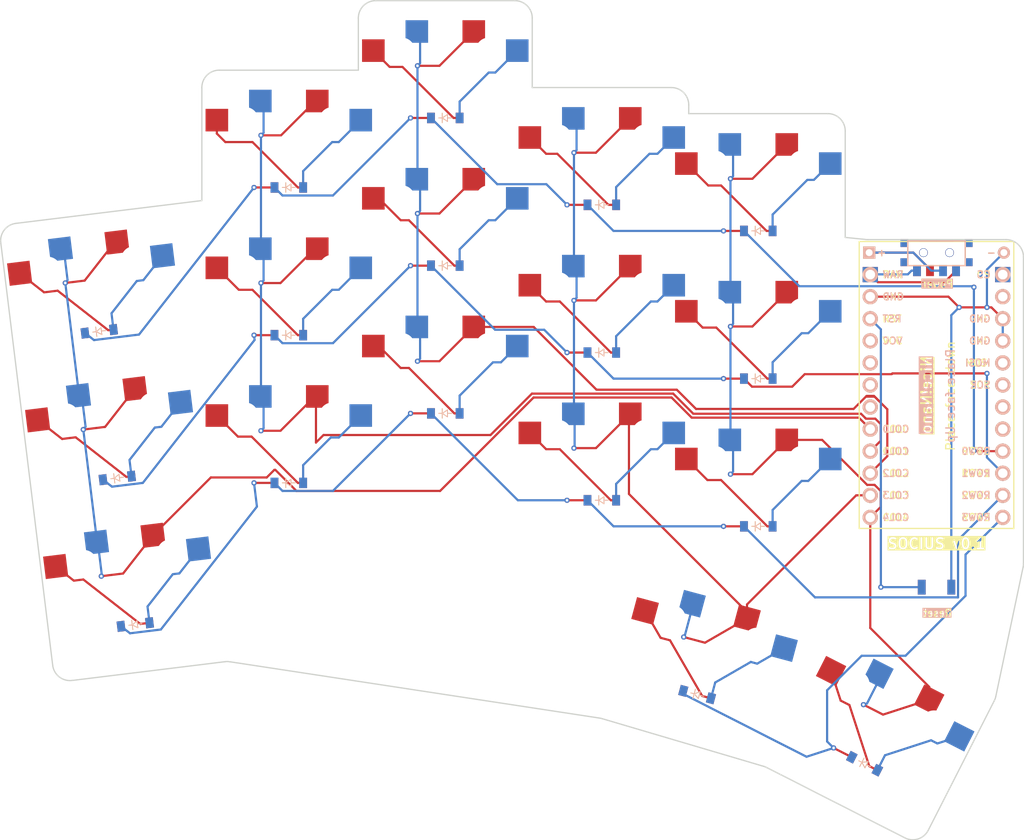
<source format=kicad_pcb>
(kicad_pcb (version 20221018) (generator pcbnew)
  (title_block (title "socius-choc-v1") (rev "v1.0.0") (company "Unknown"))
  (layers (0 "F.Cu" signal) (31 "B.Cu" signal) (34 "B.Paste" user) (35 "F.Paste" user) (36 "B.SilkS" user "B.Silkscreen") (37 "F.SilkS" user "F.Silkscreen") (38 "B.Mask" user) (39 "F.Mask" user) (44 "Edge.Cuts" user))
  (net 0 "")
  (net 1 "COL0")
  (net 2 "pinky_bottom")
  (net 3 "pinky_home")
  (net 4 "pinky_top")
  (net 5 "COL1")
  (net 6 "ring_bottom")
  (net 7 "ring_home")
  (net 8 "ring_top")
  (net 9 "COL2")
  (net 10 "middle_bottom")
  (net 11 "middle_home")
  (net 12 "middle_top")
  (net 13 "COL3")
  (net 14 "index_bottom")
  (net 15 "index_home")
  (net 16 "index_top")
  (net 17 "COL4")
  (net 18 "inner_bottom")
  (net 19 "inner_home")
  (net 20 "inner_top")
  (net 21 "inner_sole")
  (net 22 "outer_sole")
  (net 23 "ROW2")
  (net 24 "ROW1")
  (net 25 "ROW0")
  (net 26 "ROW3")
  (net 27 "RAW")
  (net 28 "GND")
  (net 29 "RST")
  (net 30 "VCC")
  (net 31 "P21")
  (net 32 "P20")
  (net 33 "P19")
  (net 34 "CS")
  (net 35 "P0")
  (net 36 "MOSI")
  (net 37 "SCK")
  (net 38 "P4")
  (net 39 "P5")
  (net 40 "POSITIVE")
  (footprint "E73:SPDT_C128955" (layer "F.Cu") (at 254.661195 127.009901)
    (fp_text reference "T1" hide)
    (fp_text value "" hide)
  )
  (footprint "PG1350" (layer "F.Cu") (at 162.016442 165.84293 7)
    (fp_text reference "S1" hide)
    (fp_text value "" hide)
  )
  (footprint "ComboDiode" (layer "F.Cu") (at 216.161192 155.509899)
    (fp_text reference "D10" hide)
    (fp_text value "" hide)
  )
  (footprint "VIA-0.6mm" (layer "F.Cu") (at 258.961194 130.989899)
    (fp_text reference "REF**" hide)
    (fp_text value "VIA-0.6mm" hide)
  )
  (footprint "lib:niceview_headers" (layer "F.Cu") (at 254.661195 127.009901 -90)
    (fp_text reference "")
    (fp_text value "")
  )
  (footprint "ComboDiode" (layer "F.Cu") (at 158.360368 136.06655 7)
    (fp_text reference "D3" hide)
    (fp_text value "" hide)
  )
  (footprint "ComboDiode" (layer "F.Cu") (at 180.161195 136.5099)
    (fp_text reference "D5" hide)
    (fp_text value "" hide)
  )
  (footprint "VIA-0.6mm" (layer "F.Cu") (at 176.961198 147.5099)
    (fp_text reference "REF**" hide)
    (fp_text value "VIA-0.6mm" hide)
  )
  (footprint "VIA-0.6mm" (layer "F.Cu") (at 194.9612 139.509899)
    (fp_text reference "REF**" hide)
    (fp_text value "VIA-0.6mm" hide)
  )
  (footprint "ComboDiode" (layer "F.Cu") (at 216.161196 138.509903)
    (fp_text reference "D11" hide)
    (fp_text value "" hide)
  )
  (footprint "VIA-0.6mm" (layer "F.Cu") (at 194.961192 105.509895)
    (fp_text reference "REF**" hide)
    (fp_text value "VIA-0.6mm" hide)
  )
  (footprint "VIA-0.6mm" (layer "F.Cu") (at 156.524777 147.374536 7)
    (fp_text reference "REF**" hide)
    (fp_text value "VIA-0.6mm" hide)
  )
  (footprint "ComboDiode" (layer "F.Cu") (at 234.161199 141.509905)
    (fp_text reference "D14" hide)
    (fp_text value "" hide)
  )
  (footprint "VIA-0.6mm" (layer "F.Cu") (at 259.661199 129.509903)
    (fp_text reference "REF**" hide)
    (fp_text value "VIA-0.6mm" hide)
  )
  (footprint "ComboDiode" (layer "F.Cu") (at 216.161197 121.509905)
    (fp_text reference "D12" hide)
    (fp_text value "" hide)
  )
  (footprint "VIA-0.6mm" (layer "F.Cu") (at 212.961199 132.509903)
    (fp_text reference "REF**" hide)
    (fp_text value "VIA-0.6mm" hide)
  )
  (footprint "PG1350" (layer "F.Cu") (at 234.161201 120.509898)
    (fp_text reference "S15" hide)
    (fp_text value "" hide)
  )
  (footprint "VIA-0.6mm" (layer "F.Cu") (at 194.961197 122.509894)
    (fp_text reference "REF**" hide)
    (fp_text value "VIA-0.6mm" hide)
  )
  (footprint "VIA-0.6mm" (layer "F.Cu") (at 258.961199 149.809902)
    (fp_text reference "REF**" hide)
    (fp_text value "VIA-0.6mm" hide)
  )
  (footprint "ProMicro" (layer "F.Cu") (at 254.661196 143.509899 -90)
    (fp_text reference "MCU1" hide)
    (fp_text value "" hide)
  )
  (footprint "PG1350" (layer "F.Cu") (at 180.161198 132.509899)
    (fp_text reference "S5" hide)
    (fp_text value "" hide)
  )
  (footprint "VIA-0.6mm" (layer "F.Cu") (at 230.161201 158.509896)
    (fp_text reference "REF**" hide)
    (fp_text value "VIA-0.6mm" hide)
  )
  (footprint "VIA-0.6mm" (layer "F.Cu") (at 225.587874 171.249825 -15)
    (fp_text reference "REF**" hide)
    (fp_text value "VIA-0.6mm" hide)
  )
  (footprint "ComboDiode" (layer "F.Cu") (at 198.161199 128.509898)
    (fp_text reference "D8" hide)
    (fp_text value "" hide)
  )
  (footprint "PG1350" (layer "F.Cu") (at 216.161199 134.5099)
    (fp_text reference "S11" hide)
    (fp_text value "" hide)
  )
  (footprint "VIA-0.6mm" (layer "F.Cu") (at 246.260662 179.031834 -27)
    (fp_text reference "REF**" hide)
    (fp_text value "VIA-0.6mm" hide)
  )
  (footprint "PG1350" (layer "F.Cu") (at 248.203905 182.266622 -27)
    (fp_text reference "S17" hide)
    (fp_text value "" hide)
  )
  (footprint "VIA-0.6mm" (layer "F.Cu") (at 230.161198 141.509896)
    (fp_text reference "REF**" hide)
    (fp_text value "VIA-0.6mm" hide)
  )
  (footprint "VIA-0.6mm" (layer "F.Cu") (at 194.161199 111.5099)
    (fp_text reference "REF**" hide)
    (fp_text value "VIA-0.6mm" hide)
  )
  (footprint "PG1350" (layer "F.Cu") (at 198.161198 141.509898)
    (fp_text reference "S7" hide)
    (fp_text value "" hide)
  )
  (footprint "VIA-0.6mm" (layer "F.Cu") (at 154.453 130.501253 7)
    (fp_text reference "REF**" hide)
    (fp_text value "VIA-0.6mm" hide)
  )
  (footprint "VIA-0.6mm" (layer "F.Cu") (at 212.961196 115.509902)
    (fp_text reference "REF**" hide)
    (fp_text value "VIA-0.6mm" hide)
  )
  (footprint "VIA-0.6mm" (layer "F.Cu") (at 194.161197 145.509901)
    (fp_text reference "REF**" hide)
    (fp_text value "VIA-0.6mm" hide)
  )
  (footprint "ComboDiode" (layer "F.Cu") (at 198.161198 111.5099)
    (fp_text reference "D9" hide)
    (fp_text value "" hide)
  )
  (footprint "VIA-0.6mm" (layer "F.Cu") (at 257.261195 133.3099)
    (fp_text reference "REF**" hide)
    (fp_text value "VIA-0.6mm" hide)
  )
  (footprint "VIA-0.6mm" (layer "F.Cu") (at 230.961194 135.509902)
    (fp_text reference "REF**" hide)
    (fp_text value "VIA-0.6mm" hide)
  )
  (footprint "PG1350" (layer "F.Cu") (at 234.16119 137.509898)
    (fp_text reference "S14" hide)
    (fp_text value "" hide)
  )
  (footprint "ComboDiode" (layer "F.Cu") (at 234.161195 158.509898)
    (fp_text reference "D13" hide)
    (fp_text value "" hide)
  )
  (footprint "ComboDiode" (layer "F.Cu") (at 160.43214 152.939836 7)
    (fp_text reference "D2" hide)
    (fp_text value "" hide)
  )
  (footprint "VIA-0.6mm" (layer "F.Cu") (at 212.161192 138.509898)
    (fp_text reference "REF**" hide)
    (fp_text value "VIA-0.6mm" hide)
  )
  (footprint "PG1350" (layer "F.Cu") (at 228.161196 174.009901 -15)
    (fp_text reference "S16" hide)
    (fp_text value "" hide)
  )
  (footprint "ComboDiode" (layer "F.Cu") (at 246.387943 185.830647 -27)
    (fp_text reference "D17" hide)
    (fp_text value "" hide)
  )
  (footprint "VIA-0.6mm" (layer "F.Cu") (at 260.461201 133.3099)
    (fp_text reference "REF**" hide)
    (fp_text value "VIA-0.6mm" hide)
  )
  (footprint "PG1350" (layer "F.Cu") (at 198.161195 124.509895)
    (fp_text reference "S8" hide)
    (fp_text value "" hide)
  )
  (footprint "VIA-0.6mm" (layer "F.Cu") (at 212.961197 149.509902)
    (fp_text reference "REF**" hide)
    (fp_text value "VIA-0.6mm" hide)
  )
  (footprint "VIA-0.6mm" (layer "F.Cu") (at 176.961199 130.509902)
    (fp_text reference "REF**" hide)
    (fp_text value "VIA-0.6mm" hide)
  )
  (footprint "VIA-0.6mm" (layer "F.Cu") (at 176.161195 136.509903)
    (fp_text reference "REF**" hide)
    (fp_text value "VIA-0.6mm" hide)
  )
  (footprint "Button_Switch_SMD:SW_SPST_B3U-1000P" (layer "F.Cu") (at 254.661199 165.509899 180)
    (fp_text reference "")
    (fp_text value "")
  )
  (footprint "VIA-0.6mm" (layer "F.Cu") (at 212.161194 155.509901)
    (fp_text reference "REF**" hide)
    (fp_text value "VIA-0.6mm" hide)
  )
  (footprint "ComboDiode" (layer "F.Cu") (at 198.161197 145.509899)
    (fp_text reference "D7" hide)
    (fp_text value "" hide)
  )
  (footprint "VIA-0.6mm" (layer "F.Cu") (at 176.161195 119.509897)
    (fp_text reference "REF**" hide)
    (fp_text value "VIA-0.6mm" hide)
  )
  (footprint "PG1350" (layer "F.Cu") (at 159.944667 148.969644 7)
    (fp_text reference "S2" hide)
    (fp_text value "" hide)
  )
  (footprint "PG1350" (layer "F.Cu") (at 216.161199 151.509903)
    (fp_text reference "S10" hide)
    (fp_text value "" hide)
  )
  (footprint "VIA-0.6mm" (layer "F.Cu") (at 242.823918 184.014683 -27)
    (fp_text reference "REF**" hide)
    (fp_text value "VIA-0.6mm" hide)
  )
  (footprint "PG1350" (layer "F.Cu") (at 180.161196 149.509899)
    (fp_text reference "S4" hide)
    (fp_text value "" hide)
  )
  (footprint "VIA-0.6mm" (layer "F.Cu") (at 176.161194 153.5099)
    (fp_text reference "REF**" hide)
    (fp_text value "VIA-0.6mm" hide)
  )
  (footprint "VIA-0.6mm" (layer "F.Cu") (at 248.261196 165.509897)
    (fp_text reference "REF**" hide)
    (fp_text value "VIA-0.6mm" hide)
  )
  (footprint "VIA-0.6mm" (layer "F.Cu") (at 176.961196 113.5099)
    (fp_text reference "REF**" hide)
    (fp_text value "VIA-0.6mm" hide)
  )
  (footprint "VIA-0.6mm" (layer "F.Cu") (at 194.161196 128.509902)
    (fp_text reference "REF**" hide)
    (fp_text value "VIA-0.6mm" hide)
  )
  (footprint "ComboDiode" (layer "F.Cu") (at 180.161196 153.509899)
    (fp_text reference "D4" hide)
    (fp_text value "" hide)
  )
  (footprint "PG1350" (layer "F.Cu") (at 198.161196 107.509897)
    (fp_text reference "S9" hide)
    (fp_text value "" hide)
  )
  (footprint "ComboDiode" (layer "F.Cu") (at 234.161195 124.509901)
    (fp_text reference "D15" hide)
    (fp_text value "" hide)
  )
  (footprint "VIA-0.6mm" (layer "F.Cu") (at 212.161194 121.509895)
    (fp_text reference "REF**" hide)
    (fp_text value "VIA-0.6mm" hide)
  )
  (footprint "PG1350" (layer "F.Cu") (at 216.161192 117.509901)
    (fp_text reference "S12" hide)
    (fp_text value "" hide)
  )
  (footprint "VIA-0.6mm" (layer "F.Cu") (at 230.161197 124.509901)
    (fp_text reference "REF**" hide)
    (fp_text value "VIA-0.6mm" hide)
  )
  (footprint "VIA-0.6mm" (layer "F.Cu") (at 158.596552 164.247818 7)
    (fp_text reference "REF**" hide)
    (fp_text value "VIA-0.6mm" hide)
  )
  (footprint "ComboDiode" (layer "F.Cu") (at 227.125919 177.8736 -15)
    (fp_text reference "D16" hide)
    (fp_text value "" hide)
  )
  (footprint "ComboDiode" (layer "F.Cu") (at 162.503922 169.813119 7)
    (fp_text reference "D1" hide)
    (fp_text value "" hide)
  )
  (footprint "VIA-0.6mm" (layer "F.Cu") (at 260.4612 140.909898)
    (fp_text reference "REF**" hide)
    (fp_text value "VIA-0.6mm" hide)
  )
  (footprint "PG1350" (layer "F.Cu") (at 180.161202 115.509899)
    (fp_text reference "S6" hide)
    (fp_text value "" hide)
  )
  (footprint "VIA-0.6mm" (layer "F.Cu") (at 230.961195 118.5099)
    (fp_text reference "REF**" hide)
    (fp_text value "VIA-0.6mm" hide)
  )
  (footprint "VIA-0.6mm" (layer "F.Cu") (at 230.961195 152.509903)
    (fp_text reference "REF**" hide)
    (fp_text value "VIA-0.6mm" hide)
  )
  (footprint "PG1350" (layer "F.Cu") (at 234.161196 154.5099)
    (fp_text reference "S13" hide)
    (fp_text value "" hide)
  )
  (footprint "ComboDiode" (layer "F.Cu") (at 180.161194 119.509898)
    (fp_text reference "D6" hide)
    (fp_text value "" hide)
  )
  (footprint "PG1350" (layer "F.Cu") (at 157.872889 132.096362 7)
    (fp_text reference "S3" hide)
    (fp_text value "" hide)
  )
  (gr_line (start 224.161198 108.009903) (end 208.161195 108.009897) (stroke (width 0.15)) (layer "Edge.Cuts"))
  (gr_line (start 253.709044 193.489069) (end 261.306635 178.577968) (stroke (width 0.15)) (layer "Edge.Cuts"))
  (gr_arc (start 253.709044 193.489069) (mid 252.545063 194.483206) (end 251.019045 194.363102) (stroke (width 0.15)) (layer "Edge.Cuts"))
  (gr_line (start 206.161193 98.009899) (end 190.1612 98.009904) (stroke (width 0.15)) (layer "Edge.Cuts"))
  (gr_arc (start 224.161199 108.009902) (mid 225.57541 108.59569) (end 226.161195 110.009902) (stroke (width 0.15)) (layer "Edge.Cuts"))
  (gr_arc (start 188.161194 100.009899) (mid 188.746982 98.595683) (end 190.1612 98.009904) (stroke (width 0.15)) (layer "Edge.Cuts"))
  (gr_arc (start 206.161193 98.009898) (mid 207.575409 98.595686) (end 208.161196 100.009903) (stroke (width 0.15)) (layer "Edge.Cuts"))
  (gr_line (start 153.005001 174.505722) (end 147.033407 125.870959) (stroke (width 0.15)) (layer "Edge.Cuts"))
  (gr_arc (start 262.6612 125.509903) (mid 264.07541 126.09569) (end 264.661197 127.5099) (stroke (width 0.15)) (layer "Edge.Cuts"))
  (gr_line (start 155.233834 176.247074) (end 172.826586 174.086958) (stroke (width 0.15)) (layer "Edge.Cuts"))
  (gr_line (start 236.762945 187.099254) (end 236.762379 187.09897) (stroke (width 0.15)) (layer "Edge.Cuts"))
  (gr_arc (start 155.233834 176.247074) (mid 153.758775 175.838002) (end 153.005001 174.505722) (stroke (width 0.15)) (layer "Edge.Cuts"))
  (gr_line (start 246.761582 125.509901) (end 262.661201 125.509902) (stroke (width 0.15)) (layer "Edge.Cuts"))
  (gr_line (start 244.161197 125.258307) (end 246.561315 125.499849) (stroke (width 0.15)) (layer "Edge.Cuts"))
  (gr_line (start 148.774756 123.642129) (end 170.161192 121.016202) (stroke (width 0.15)) (layer "Edge.Cuts"))
  (gr_line (start 208.161195 108.009897) (end 208.161196 100.009903) (stroke (width 0.15)) (layer "Edge.Cuts"))
  (gr_line (start 236.762379 187.09897) (end 235.145393 186.275072) (stroke (width 0.15)) (layer "Edge.Cuts"))
  (gr_line (start 242.161197 111.009899) (end 226.161197 111.009902) (stroke (width 0.15)) (layer "Edge.Cuts"))
  (gr_line (start 264.61813 163.214063) (end 261.481554 178.082796) (stroke (width 0.15)) (layer "Edge.Cuts"))
  (gr_line (start 234.803921 186.138991) (end 216.173738 180.636573) (stroke (width 0.15)) (layer "Edge.Cuts"))
  (gr_arc (start 147.033407 125.870959) (mid 147.442477 124.395901) (end 148.774756 123.642129) (stroke (width 0.15)) (layer "Edge.Cuts"))
  (gr_line (start 188.161194 100.009899) (end 188.161199 106.009898) (stroke (width 0.15)) (layer "Edge.Cuts"))
  (gr_arc (start 236.762945 187.099255) (mid 236.762663 187.099111) (end 236.762379 187.09897) (stroke (width 0.15)) (layer "Edge.Cuts"))
  (gr_arc (start 172.826586 174.086958) (mid 173.099387 174.07226) (end 173.371647 174.094875) (stroke (width 0.15)) (layer "Edge.Cuts"))
  (gr_line (start 236.762945 187.099254) (end 251.019045 194.363102) (stroke (width 0.15)) (layer "Edge.Cuts"))
  (gr_line (start 188.161199 106.009898) (end 172.161199 106.009901) (stroke (width 0.15)) (layer "Edge.Cuts"))
  (gr_line (start 170.161195 108.009902) (end 170.161192 121.016202) (stroke (width 0.15)) (layer "Edge.Cuts"))
  (gr_arc (start 246.761582 125.509901) (mid 246.661322 125.507386) (end 246.561315 125.499849) (stroke (width 0.15)) (layer "Edge.Cuts"))
  (gr_arc (start 261.481554 178.082796) (mid 261.410416 178.336148) (end 261.306635 178.577968) (stroke (width 0.15)) (layer "Edge.Cuts"))
  (gr_line (start 215.908551 180.577495) (end 173.371647 174.094875) (stroke (width 0.15)) (layer "Edge.Cuts"))
  (gr_arc (start 242.161197 111.009901) (mid 243.575411 111.595687) (end 244.161198 113.0099) (stroke (width 0.15)) (layer "Edge.Cuts"))
  (gr_arc (start 234.803922 186.138992) (mid 234.977791 186.199169) (end 235.145393 186.275072) (stroke (width 0.15)) (layer "Edge.Cuts"))
  (gr_line (start 244.161197 125.258307) (end 244.161198 113.0099) (stroke (width 0.15)) (layer "Edge.Cuts"))
  (gr_line (start 264.661197 127.5099) (end 264.661195 162.801244) (stroke (width 0.15)) (layer "Edge.Cuts"))
  (gr_arc (start 215.908551 180.577495) (mid 216.042148 180.602527) (end 216.173738 180.636573) (stroke (width 0.15)) (layer "Edge.Cuts"))
  (gr_arc (start 264.661195 162.801244) (mid 264.650399 163.008773) (end 264.61813 163.214063) (stroke (width 0.15)) (layer "Edge.Cuts"))
  (gr_arc (start 170.161195 108.009903) (mid 170.746981 106.595685) (end 172.161199 106.009901) (stroke (width 0.15)) (layer "Edge.Cuts"))
  (gr_line (start 226.161197 111.009902) (end 226.161195 110.009902) (stroke (width 0.15)) (layer "Edge.Cuts"))
  (segment (start 224.184903 143.684903) (end 226.5 146) (width 0.25) (layer "F.Cu") (net 1))
  (segment (start 164.541908 159.538159) (end 161.102738 163.940102) (width 0.25) (layer "F.Cu") (net 1))
  (segment (start 160.120447 125.825714) (end 156.681274 130.227653) (width 0.25) (layer "F.Cu") (net 1))
  (segment (start 208.315097 143.684903) (end 224.184903 143.684903) (width 0.25) (layer "F.Cu") (net 1))
  (segment (start 161.102738 163.940102) (end 158.596552 164.247818) (width 0.25) (layer "F.Cu") (net 1))
  (segment (start 156.681274 130.227653) (end 154.453 130.501253) (width 0.25) (layer "F.Cu") (net 1))
  (segment (start 178.601297 152) (end 181.036196 154.434899) (width 0.25) (layer "F.Cu") (net 1))
  (segment (start 178.505996 152) (end 178.601297 152) (width 0.25) (layer "F.Cu") (net 1))
  (segment (start 162.470134 142.664878) (end 159.03096 147.066817) (width 0.25) (layer "F.Cu") (net 1))
  (segment (start 160.398357 125.791594) (end 160.120447 125.825714) (width 0.25) (layer "F.Cu") (net 1))
  (segment (start 177.621096 152.8849) (end 178.505996 152) (width 0.25) (layer "F.Cu") (net 1))
  (segment (start 159.03096 147.066817) (end 156.524777 147.374536) (width 0.25) (layer "F.Cu") (net 1))
  (segment (start 171.195166 152.8849) (end 177.621096 152.8849) (width 0.25) (layer "F.Cu") (net 1))
  (segment (start 181.036196 154.434899) (end 197.565101 154.434899) (width 0.25) (layer "F.Cu") (net 1))
  (segment (start 226.5 146) (end 245.721297 146) (width 0.25) (layer "F.Cu") (net 1))
  (segment (start 245.721297 146) (end 247.041196 147.319899) (width 0.25) (layer "F.Cu") (net 1))
  (segment (start 197.565101 154.434899) (end 208.315097 143.684903) (width 0.25) (layer "F.Cu") (net 1))
  (segment (start 164.541908 159.538158) (end 171.195166 152.8849) (width 0.25) (layer "F.Cu") (net 1))
  (segment (start 158.661859 164.164238) (end 158.596552 164.247818) (width 0.25) (layer "B.Cu") (net 1))
  (segment (start 155.968952 143.463118) (end 156.386864 143.789625) (width 0.25) (layer "B.Cu") (net 1))
  (segment (start 154.714198 130.166928) (end 154.453 130.501253) (width 0.25) (layer "B.Cu") (net 1))
  (segment (start 154.453 130.501253) (end 156.034254 143.379537) (width 0.25) (layer "B.Cu") (net 1))
  (segment (start 156.034254 143.379537) (end 155.968952 143.463118) (width 0.25) (layer "B.Cu") (net 1))
  (segment (start 156.524777 147.374536) (end 158.106029 160.252823) (width 0.25) (layer "B.Cu") (net 1))
  (segment (start 158.207894 160.467006) (end 158.661859 164.164238) (width 0.25) (layer "B.Cu") (net 1))
  (segment (start 153.897178 126.589837) (end 154.31508 126.916339) (width 0.25) (layer "B.Cu") (net 1))
  (segment (start 158.106029 160.252823) (end 158.040736 160.336405) (width 0.25) (layer "B.Cu") (net 1))
  (segment (start 154.31508 126.916339) (end 154.714198 130.166928) (width 0.25) (layer "B.Cu") (net 1))
  (segment (start 156.386864 143.789625) (end 156.785979 147.040209) (width 0.25) (layer "B.Cu") (net 1))
  (segment (start 158.040736 160.336405) (end 158.207894 160.467006) (width 0.25) (layer "B.Cu") (net 1))
  (segment (start 156.785979 147.040209) (end 156.524777 147.374536) (width 0.25) (layer "B.Cu") (net 1))
  (segment (start 156.52654 164.627928) (end 163.07373 169.743152) (width 0.25) (layer "F.Cu") (net 2))
  (segment (start 155.435646 164.761876) (end 156.52654 164.627928) (width 0.25) (layer "F.Cu") (net 2))
  (segment (start 163.07373 169.743152) (end 164.14162 169.612033) (width 0.25) (layer "F.Cu") (net 2))
  (segment (start 153.346116 163.129354) (end 155.435646 164.761876) (width 0.25) (layer "F.Cu") (net 2))
  (segment (start 167.575077 163.925307) (end 166.822051 164.017773) (width 0.25) (layer "B.Cu") (net 2))
  (segment (start 166.822051 164.017773) (end 163.912061 167.742393) (width 0.25) (layer "B.Cu") (net 2))
  (segment (start 169.772749 161.112417) (end 167.575077 163.925307) (width 0.25) (layer "B.Cu") (net 2))
  (segment (start 163.912061 167.742393) (end 164.14162 169.612033) (width 0.25) (layer "B.Cu") (net 2))
  (segment (start 154.087235 148.453743) (end 155.645532 148.262411) (width 0.25) (layer "F.Cu") (net 3))
  (segment (start 151.274337 146.256067) (end 154.087235 148.453743) (width 0.25) (layer "F.Cu") (net 3))
  (segment (start 155.645532 148.262411) (end 161.469353 152.812478) (width 0.25) (layer "F.Cu") (net 3))
  (segment (start 161.469353 152.812478) (end 162.069842 152.738746) (width 0.25) (layer "F.Cu") (net 3))
  (segment (start 167.700977 144.239134) (end 165.503301 147.052024) (width 0.25) (layer "B.Cu") (net 3))
  (segment (start 164.750267 147.144486) (end 161.840283 150.869105) (width 0.25) (layer "B.Cu") (net 3))
  (segment (start 165.503301 147.052024) (end 164.750267 147.144486) (width 0.25) (layer "B.Cu") (net 3))
  (segment (start 161.840283 150.869105) (end 162.069842 152.738746) (width 0.25) (layer "B.Cu") (net 3))
  (segment (start 159.397574 135.939196) (end 159.998065 135.865463) (width 0.25) (layer "F.Cu") (net 4))
  (segment (start 153.573757 131.389127) (end 159.397574 135.939196) (width 0.25) (layer "F.Cu") (net 4))
  (segment (start 149.202562 129.382783) (end 152.015454 131.580461) (width 0.25) (layer "F.Cu") (net 4))
  (segment (start 152.015454 131.580461) (end 153.573757 131.389127) (width 0.25) (layer "F.Cu") (net 4))
  (segment (start 163.431526 130.178743) (end 162.678493 130.271208) (width 0.25) (layer "B.Cu") (net 4))
  (segment (start 165.629198 127.365847) (end 163.431526 130.178743) (width 0.25) (layer "B.Cu") (net 4))
  (segment (start 162.678493 130.271208) (end 159.768501 133.995826) (width 0.25) (layer "B.Cu") (net 4))
  (segment (start 159.768501 133.995826) (end 159.998065 135.865463) (width 0.25) (layer "B.Cu") (net 4))
  (segment (start 247.618599 146.118599) (end 248.242496 146.742496) (width 0.25) (layer "F.Cu") (net 5))
  (segment (start 184.154779 148) (end 203.363604 148) (width 0.25) (layer "F.Cu") (net 5))
  (segment (start 248.242496 148.658599) (end 247.041196 149.859899) (width 0.25) (layer "F.Cu") (net 5))
  (segment (start 224.371299 143.234903) (end 226.686396 145.55) (width 0.25) (layer "F.Cu") (net 5))
  (segment (start 183.156195 143.559897) (end 179.206193 147.509901) (width 0.25) (layer "F.Cu") (net 5))
  (segment (start 179.2062 130.509897) (end 176.961199 130.509902) (width 0.25) (layer "F.Cu") (net 5))
  (segment (start 203.363604 148) (end 208.128701 143.234903) (width 0.25) (layer "F.Cu") (net 5))
  (segment (start 179.206193 147.509901) (end 176.961198 147.5099) (width 0.25) (layer "F.Cu") (net 5))
  (segment (start 183.156197 126.559902) (end 179.2062 130.509897) (width 0.25) (layer "F.Cu") (net 5))
  (segment (start 246.462501 146.037499) (end 246.543601 146.118599) (width 0.25) (layer "F.Cu") (net 5))
  (segment (start 179.267123 113.509904) (end 176.961196 113.5099) (width 0.25) (layer "F.Cu") (net 5))
  (segment (start 183.286196 143.709899) (end 183.286196 148.868583) (width 0.25) (layer "F.Cu") (net 5))
  (segment (start 246.543601 146.118599) (end 247.618599 146.118599) (width 0.25) (layer "F.Cu") (net 5))
  (segment (start 183.436198 126.559903) (end 183.156197 126.559902) (width 0.25) (layer "F.Cu") (net 5))
  (segment (start 245.975002 145.55) (end 246.462501 146.037499) (width 0.25) (layer "F.Cu") (net 5))
  (segment (start 226.686396 145.55) (end 245.975002 145.55) (width 0.25) (layer "F.Cu") (net 5))
  (segment (start 183.286196 148.868583) (end 184.154779 148) (width 0.25) (layer "F.Cu") (net 5))
  (segment (start 183.436194 109.559901) (end 183.21712 109.559904) (width 0.25) (layer "F.Cu") (net 5))
  (segment (start 183.436196 143.559899) (end 183.286196 143.709899) (width 0.25) (layer "F.Cu") (net 5))
  (segment (start 183.436197 143.559899) (end 183.156195 143.559897) (width 0.25) (layer "F.Cu") (net 5))
  (segment (start 183.21712 109.559904) (end 179.267123 113.509904) (width 0.25) (layer "F.Cu") (net 5))
  (segment (start 208.128701 143.234903) (end 224.371299 143.234903) (width 0.25) (layer "F.Cu") (net 5))
  (segment (start 248.242496 146.742496) (end 248.242496 148.658599) (width 0.25) (layer "F.Cu") (net 5))
  (segment (start 176.961199 126.484902) (end 176.886199 126.559904) (width 0.25) (layer "B.Cu") (net 5))
  (segment (start 177.261194 109.934899) (end 177.261197 113.2099) (width 0.25) (layer "B.Cu") (net 5))
  (segment (start 177.261199 147.209902) (end 176.961198 147.5099) (width 0.25) (layer "B.Cu") (net 5))
  (segment (start 176.886195 143.559897) (end 177.261201 143.934899) (width 0.25) (layer "B.Cu") (net 5))
  (segment (start 176.886199 126.559904) (end 177.261193 126.9349) (width 0.25) (layer "B.Cu") (net 5))
  (segment (start 177.261201 143.934899) (end 177.261199 147.209902) (width 0.25) (layer "B.Cu") (net 5))
  (segment (start 176.961199 130.509902) (end 176.961198 143.484896) (width 0.25) (layer "B.Cu") (net 5))
  (segment (start 176.886194 109.5599) (end 177.261194 109.934899) (width 0.25) (layer "B.Cu") (net 5))
  (segment (start 177.261197 130.209899) (end 176.961199 130.509902) (width 0.25) (layer "B.Cu") (net 5))
  (segment (start 177.261193 126.9349) (end 177.261197 130.209899) (width 0.25) (layer "B.Cu") (net 5))
  (segment (start 176.961198 143.484896) (end 176.886195 143.559897) (width 0.25) (layer "B.Cu") (net 5))
  (segment (start 177.261197 113.2099) (end 176.961196 113.5099) (width 0.25) (layer "B.Cu") (net 5))
  (segment (start 176.961196 113.5099) (end 176.961199 126.484902) (width 0.25) (layer "B.Cu") (net 5))
  (segment (start 175.879172 148.182878) (end 181.206201 153.509902) (width 0.25) (layer "F.Cu") (net 6))
  (segment (start 174.309172 148.182877) (end 175.879172 148.182878) (width 0.25) (layer "F.Cu") (net 6))
  (segment (start 181.206201 153.509902) (end 181.811195 153.5099) (width 0.25) (layer "F.Cu") (net 6))
  (segment (start 171.886196 145.759895) (end 174.309172 148.182877) (width 0.25) (layer "F.Cu") (net 6))
  (segment (start 185.912097 148.283997) (end 184.993019 148.283996) (width 0.25) (layer "B.Cu") (net 6))
  (segment (start 188.436201 145.7599) (end 185.912097 148.283997) (width 0.25) (layer "B.Cu") (net 6))
  (segment (start 181.811199 151.465829) (end 181.811195 153.5099) (width 0.25) (layer "B.Cu") (net 6))
  (segment (start 184.993019 148.283996) (end 181.811199 151.465829) (width 0.25) (layer "B.Cu") (net 6))
  (segment (start 171.886197 128.759903) (end 174.410297 131.284006) (width 0.25) (layer "F.Cu") (net 7))
  (segment (start 181.206196 136.509904) (end 181.811196 136.509903) (width 0.25) (layer "F.Cu") (net 7))
  (segment (start 174.410297 131.284006) (end 175.980296 131.283999) (width 0.25) (layer "F.Cu") (net 7))
  (segment (start 175.980296 131.283999) (end 181.206196 136.509904) (width 0.25) (layer "F.Cu") (net 7))
  (segment (start 185.153412 131.284001) (end 181.811192 134.626228) (width 0.25) (layer "B.Cu") (net 7))
  (segment (start 185.912097 131.284002) (end 185.153412 131.284001) (width 0.25) (layer "B.Cu") (net 7))
  (segment (start 188.436193 128.7599) (end 185.912097 131.284002) (width 0.25) (layer "B.Cu") (net 7))
  (segment (start 181.811192 134.626228) (end 181.811196 136.509903) (width 0.25) (layer "B.Cu") (net 7))
  (segment (start 172.860297 114.284001) (end 175.980298 114.284003) (width 0.25) (layer "F.Cu") (net 8))
  (segment (start 171.886193 111.759902) (end 171.886196 113.309899) (width 0.25) (layer "F.Cu") (net 8))
  (segment (start 171.886196 113.309899) (end 172.860297 114.284001) (width 0.25) (layer "F.Cu") (net 8))
  (segment (start 181.206198 119.509899) (end 181.8112 119.509897) (width 0.25) (layer "F.Cu") (net 8))
  (segment (start 175.980298 114.284003) (end 181.206198 119.509899) (width 0.25) (layer "F.Cu") (net 8))
  (segment (start 185.153415 114.284) (end 181.811195 117.626223) (width 0.25) (layer "B.Cu") (net 8))
  (segment (start 181.811195 117.626223) (end 181.8112 119.509897) (width 0.25) (layer "B.Cu") (net 8))
  (segment (start 185.912098 114.284) (end 185.153415 114.284) (width 0.25) (layer "B.Cu") (net 8))
  (segment (start 188.436195 111.759899) (end 185.912098 114.284) (width 0.25) (layer "B.Cu") (net 8))
  (segment (start 197.486194 122.5099) (end 194.961197 122.509894) (width 0.25) (layer "F.Cu") (net 9))
  (segment (start 197.486198 139.509904) (end 194.9612 139.509899) (width 0.25) (layer "F.Cu") (net 9))
  (segment (start 201.436196 118.559902) (end 197.486194 122.5099) (width 0.25) (layer "F.Cu") (net 9))
  (segment (start 224.784903 142.784903) (end 227 145) (width 0.25) (layer "F.Cu") (net 9))
  (segment (start 208.327308 135.559898) (end 215.552313 142.784903) (width 0.25) (layer "F.Cu") (net 9))
  (segment (start 227 145) (end 245.1222 145) (width 0.25) (layer "F.Cu") (net 9))
  (segment (start 247.980096 144.019904) (end 249 145.039808) (width 0.25) (layer "F.Cu") (net 9))
  (segment (start 245.1222 145) (end 246.543601 143.578599) (width 0.25) (layer "F.Cu") (net 9))
  (segment (start 246.543601 143.578599) (end 247.538791 143.578599) (width 0.25) (layer "F.Cu") (net 9))
  (segment (start 247.538791 143.578599) (end 247.980096 144.019904) (width 0.25) (layer "F.Cu") (net 9))
  (segment (start 201.436198 135.559898) (end 208.327308 135.559898) (width 0.25) (layer "F.Cu") (net 9))
  (segment (start 197.486197 105.509898) (end 194.961192 105.509895) (width 0.25) (layer "F.Cu") (net 9))
  (segment (start 215.552313 142.784903) (end 224.784903 142.784903) (width 0.25) (layer "F.Cu") (net 9))
  (segment (start 201.436197 135.559901) (end 197.486198 139.509904) (width 0.25) (layer "F.Cu") (net 9))
  (segment (start 249 145.039808) (end 249 150.441095) (width 0.25) (layer "F.Cu") (net 9))
  (segment (start 201.436195 101.559903) (end 197.486197 105.509898) (width 0.25) (layer "F.Cu") (net 9))
  (segment (start 249 150.441095) (end 247.041196 152.399899) (width 0.25) (layer "F.Cu") (net 9))
  (segment (start 246.602402 143.5) (end 247.460192 143.5) (width 0.25) (layer "F.Cu") (net 9))
  (segment (start 247.460192 143.5) (end 247.980096 144.019904) (width 0.25) (layer "F.Cu") (net 9))
  (segment (start 194.961196 135.4849) (end 194.886195 135.559898) (width 0.25) (layer "B.Cu") (net 9))
  (segment (start 194.961192 105.509895) (end 194.961194 118.484899) (width 0.25) (layer "B.Cu") (net 9))
  (segment (start 194.961197 122.509894) (end 194.961196 135.4849) (width 0.25) (layer "B.Cu") (net 9))
  (segment (start 194.961194 118.484899) (end 194.886196 118.559899) (width 0.25) (layer "B.Cu") (net 9))
  (segment (start 195.261197 122.209898) (end 194.961197 122.509894) (width 0.25) (layer "B.Cu") (net 9))
  (segment (start 195.261203 135.934901) (end 195.261196 139.209899) (width 0.25) (layer "B.Cu") (net 9))
  (segment (start 194.886195 135.559898) (end 195.261203 135.934901) (width 0.25) (layer "B.Cu") (net 9))
  (segment (start 195.261196 105.209897) (end 194.961192 105.509895) (width 0.25) (layer "B.Cu") (net 9))
  (segment (start 194.886196 101.559901) (end 195.261191 101.934904) (width 0.25) (layer "B.Cu") (net 9))
  (segment (start 195.261196 139.209899) (end 194.9612 139.509899) (width 0.25) (layer "B.Cu") (net 9))
  (segment (start 194.886196 118.559899) (end 195.2612 118.934899) (width 0.25) (layer "B.Cu") (net 9))
  (segment (start 195.261191 101.934904) (end 195.261196 105.209897) (width 0.25) (layer "B.Cu") (net 9))
  (segment (start 195.2612 118.934899) (end 195.261197 122.209898) (width 0.25) (layer "B.Cu") (net 9))
  (segment (start 189.886198 137.759903) (end 190.50955 137.759904) (width 0.25) (layer "F.Cu") (net 10))
  (segment (start 193.03365 140.284004) (end 193.980302 140.284001) (width 0.25) (layer "F.Cu") (net 10))
  (segment (start 190.50955 137.759904) (end 193.03365 140.284004) (width 0.25) (layer "F.Cu") (net 10))
  (segment (start 199.206196 145.509897) (end 199.811197 145.509897) (width 0.25) (layer "F.Cu") (net 10))
  (segment (start 193.980302 140.284001) (end 199.206196 145.509897) (width 0.25) (layer "F.Cu") (net 10))
  (segment (start 206.436202 137.759901) (end 204.561201 139.634902) (width 0.25) (layer "B.Cu") (net 10))
  (segment (start 203.642119 139.634902) (end 199.811198 143.46583) (width 0.25) (layer "B.Cu") (net 10))
  (segment (start 204.561201 139.634902) (end 203.642119 139.634902) (width 0.25) (layer "B.Cu") (net 10))
  (segment (start 199.811198 143.46583) (end 199.811197 145.509897) (width 0.25) (layer "B.Cu") (net 10))
  (segment (start 193.033647 123.284003) (end 193.9803 123.283999) (width 0.25) (layer "F.Cu") (net 11))
  (segment (start 199.206196 128.5099) (end 199.811195 128.509897) (width 0.25) (layer "F.Cu") (net 11))
  (segment (start 190.509541 120.759902) (end 193.033647 123.284003) (width 0.25) (layer "F.Cu") (net 11))
  (segment (start 193.9803 123.283999) (end 199.206196 128.5099) (width 0.25) (layer "F.Cu") (net 11))
  (segment (start 189.886197 120.759902) (end 190.509541 120.759902) (width 0.25) (layer "F.Cu") (net 11))
  (segment (start 199.811198 126.626212) (end 199.811195 128.509897) (width 0.25) (layer "B.Cu") (net 11))
  (segment (start 203.153416 123.283997) (end 199.811198 126.626212) (width 0.25) (layer "B.Cu") (net 11))
  (segment (start 206.436199 120.7599) (end 203.912098 123.283999) (width 0.25) (layer "B.Cu") (net 11))
  (segment (start 203.912098 123.283999) (end 203.153416 123.283997) (width 0.25) (layer "B.Cu") (net 11))
  (segment (start 189.886195 103.759898) (end 191.761197 105.6349) (width 0.25) (layer "F.Cu") (net 12))
  (segment (start 191.761197 105.6349) (end 193.236198 105.634899) (width 0.25) (layer "F.Cu") (net 12))
  (segment (start 193.236198 105.634899) (end 199.111198 111.509899) (width 0.25) (layer "F.Cu") (net 12))
  (segment (start 199.111198 111.509899) (end 199.811196 111.509894) (width 0.25) (layer "F.Cu") (net 12))
  (segment (start 203.153415 106.283998) (end 199.811196 109.626216) (width 0.25) (layer "B.Cu") (net 12))
  (segment (start 203.912096 106.284001) (end 203.153415 106.283998) (width 0.25) (layer "B.Cu") (net 12))
  (segment (start 206.436194 103.759901) (end 203.912096 106.284001) (width 0.25) (layer "B.Cu") (net 12))
  (segment (start 199.811196 109.626216) (end 199.811196 111.509894) (width 0.25) (layer "B.Cu") (net 12))
  (segment (start 245.423705 154.939899) (end 247.041196 154.939899) (width 0.25) (layer "F.Cu") (net 13))
  (segment (start 228.026834 171.90334) (end 225.587874 171.249825) (width 0.25) (layer "F.Cu") (net 13))
  (segment (start 215.486199 149.509901) (end 212.961197 149.509902) (width 0.25) (layer "F.Cu") (net 13))
  (segment (start 219.286199 145.709903) (end 219.286199 154.786199) (width 0.25) (layer "F.Cu") (net 13))
  (segment (start 232.864576 167.499028) (end 245.423705 154.939899) (width 0.25) (layer "F.Cu") (net 13))
  (segment (start 219.286199 154.786199) (end 232.864576 168.364576) (width 0.25) (layer "F.Cu") (net 13))
  (segment (start 232.864578 169.110273) (end 228.026834 171.90334) (width 0.25) (layer "F.Cu") (net 13))
  (segment (start 215.486196 132.509895) (end 212.961199 132.509903) (width 0.25) (layer "F.Cu") (net 13))
  (segment (start 232.864576 168.364576) (end 232.864576 169.110275) (width 0.25) (layer "F.Cu") (net 13))
  (segment (start 219.436196 145.559897) (end 215.486199 149.509901) (width 0.25) (layer "F.Cu") (net 13))
  (segment (start 219.436201 128.5599) (end 215.486196 132.509895) (width 0.25) (layer "F.Cu") (net 13))
  (segment (start 219.436198 111.5599) (end 215.486194 115.509905) (width 0.25) (layer "F.Cu") (net 13))
  (segment (start 219.436199 145.559903) (end 219.286199 145.709903) (width 0.25) (layer "F.Cu") (net 13))
  (segment (start 215.486194 115.509905) (end 212.961196 115.509902) (width 0.25) (layer "F.Cu") (net 13))
  (segment (start 232.864576 169.110275) (end 232.864576 167.499028) (width 0.25) (layer "F.Cu") (net 13))
  (segment (start 213.036193 149.434904) (end 212.961197 149.509902) (width 0.25) (layer "B.Cu") (net 13))
  (segment (start 225.679724 171.196795) (end 225.587874 171.249825) (width 0.25) (layer "B.Cu") (net 13))
  (segment (start 213.036192 145.709902) (end 213.036193 149.434904) (width 0.25) (layer "B.Cu") (net 13))
  (segment (start 226.537759 167.415008) (end 226.643828 167.598718) (width 0.25) (layer "B.Cu") (net 13))
  (segment (start 212.886195 145.559899) (end 213.036192 145.709902) (width 0.25) (layer "B.Cu") (net 13))
  (segment (start 212.961199 132.509903) (end 212.961195 145.484898) (width 0.25) (layer "B.Cu") (net 13))
  (segment (start 213.261198 111.934904) (end 213.261194 115.209904) (width 0.25) (layer "B.Cu") (net 13))
  (segment (start 212.961195 145.484898) (end 212.886195 145.559899) (width 0.25) (layer "B.Cu") (net 13))
  (segment (start 226.643828 167.598718) (end 225.679724 171.196795) (width 0.25) (layer "B.Cu") (net 13))
  (segment (start 212.961196 115.509902) (end 212.961197 128.484898) (width 0.25) (layer "B.Cu") (net 13))
  (segment (start 212.886199 128.559899) (end 213.261195 128.934898) (width 0.25) (layer "B.Cu") (net 13))
  (segment (start 213.261194 115.209904) (end 212.961196 115.509902) (width 0.25) (layer "B.Cu") (net 13))
  (segment (start 212.961197 128.484898) (end 212.886199 128.559899) (width 0.25) (layer "B.Cu") (net 13))
  (segment (start 213.261199 132.209905) (end 212.961199 132.509903) (width 0.25) (layer "B.Cu") (net 13))
  (segment (start 212.886195 111.559902) (end 213.261198 111.934904) (width 0.25) (layer "B.Cu") (net 13))
  (segment (start 213.261195 128.934898) (end 213.261199 132.209905) (width 0.25) (layer "B.Cu") (net 13))
  (segment (start 207.886196 147.759904) (end 209.761199 149.634904) (width 0.25) (layer "F.Cu") (net 14))
  (segment (start 217.206197 155.5099) (end 217.811197 155.5099) (width 0.25) (layer "F.Cu") (net 14))
  (segment (start 209.761199 149.634904) (end 211.331195 149.6349) (width 0.25) (layer "F.Cu") (net 14))
  (segment (start 211.331195 149.6349) (end 217.206197 155.5099) (width 0.25) (layer "F.Cu") (net 14))
  (segment (start 222.561195 149.634903) (end 221.802516 149.634901) (width 0.25) (layer "B.Cu") (net 14))
  (segment (start 217.811199 153.626216) (end 217.811197 155.5099) (width 0.25) (layer "B.Cu") (net 14))
  (segment (start 221.802516 149.634901) (end 217.811199 153.626216) (width 0.25) (layer "B.Cu") (net 14))
  (segment (start 224.436196 147.7599) (end 222.561195 149.634903) (width 0.25) (layer "B.Cu") (net 14))
  (segment (start 209.761198 132.634896) (end 211.331196 132.6349) (width 0.25) (layer "F.Cu") (net 15))
  (segment (start 217.206198 138.509899) (end 217.811196 138.509898) (width 0.25) (layer "F.Cu") (net 15))
  (segment (start 207.886197 130.759896) (end 209.761198 132.634896) (width 0.25) (layer "F.Cu") (net 15))
  (segment (start 211.331196 132.6349) (end 217.206198 138.509899) (width 0.25) (layer "F.Cu") (net 15))
  (segment (start 217.811199 136.626215) (end 217.811196 138.509898) (width 0.25) (layer "B.Cu") (net 15))
  (segment (start 221.802511 132.634903) (end 217.811199 136.626215) (width 0.25) (layer "B.Cu") (net 15))
  (segment (start 222.561197 132.634901) (end 221.802511 132.634903) (width 0.25) (layer "B.Cu") (net 15))
  (segment (start 224.436196 130.759898) (end 222.561197 132.634901) (width 0.25) (layer "B.Cu") (net 15))
  (segment (start 209.761197 115.634901) (end 211.04618 115.634901) (width 0.25) (layer "F.Cu") (net 16))
  (segment (start 211.04618 115.634901) (end 216.921177 121.509901) (width 0.25) (layer "F.Cu") (net 16))
  (segment (start 216.921177 121.509901) (end 217.8112 121.509906) (width 0.25) (layer "F.Cu") (net 16))
  (segment (start 207.886194 113.759901) (end 209.761197 115.634901) (width 0.25) (layer "F.Cu") (net 16))
  (segment (start 217.811195 119.465829) (end 217.8112 121.509906) (width 0.25) (layer "B.Cu") (net 16))
  (segment (start 224.436199 113.759899) (end 222.561195 115.634899) (width 0.25) (layer "B.Cu") (net 16))
  (segment (start 221.642119 115.634903) (end 217.811195 119.465829) (width 0.25) (layer "B.Cu") (net 16))
  (segment (start 222.561195 115.634899) (end 221.642119 115.634903) (width 0.25) (layer "B.Cu") (net 16))
  (segment (start 253.823198 178.451949) (end 248.510458 180.178163) (width 0.25) (layer "F.Cu") (net 17))
  (segment (start 237.436196 148.5599) (end 241.502302 148.5599) (width 0.25) (layer "F.Cu") (net 17))
  (segment (start 247.041196 170.210929) (end 247.041196 157.479899) (width 0.25) (layer "F.Cu") (net 17))
  (segment (start 253.823195 176.992928) (end 247.041196 170.210929) (width 0.25) (layer "F.Cu") (net 17))
  (segment (start 237.436201 114.559898) (end 237.286201 114.709898) (width 0.25) (layer "F.Cu") (net 17))
  (segment (start 253.823195 178.451952) (end 253.823195 176.992928) (width 0.25) (layer "F.Cu") (net 17))
  (segment (start 233.486194 118.509902) (end 230.961195 118.5099) (width 0.25) (layer "F.Cu") (net 17))
  (segment (start 237.436197 114.559897) (end 233.486194 118.509902) (width 0.25) (layer "F.Cu") (net 17))
  (segment (start 247.538791 153.738599) (end 248.242496 154.442304) (width 0.25) (layer "F.Cu") (net 17))
  (segment (start 248.242496 156.278599) (end 247.041196 157.479899) (width 0.25) (layer "F.Cu") (net 17))
  (segment (start 237.436193 131.559903) (end 233.486194 135.509895) (width 0.25) (layer "F.Cu") (net 17))
  (segment (start 233.486194 152.509898) (end 230.961195 152.509903) (width 0.25) (layer "F.Cu") (net 17))
  (segment (start 237.436198 148.559898) (end 233.486194 152.509898) (width 0.25) (layer "F.Cu") (net 17))
  (segment (start 248.242496 154.442304) (end 248.242496 156.278599) (width 0.25) (layer "F.Cu") (net 17))
  (segment (start 246.681001 153.738599) (end 247.538791 153.738599) (width 0.25) (layer "F.Cu") (net 17))
  (segment (start 233.486194 135.509895) (end 230.961194 135.509902) (width 0.25) (layer "F.Cu") (net 17))
  (segment (start 248.510458 180.178163) (end 246.260662 179.031834) (width 0.25) (layer "F.Cu") (net 17))
  (segment (start 241.502302 148.5599) (end 246.681001 153.738599) (width 0.25) (layer "F.Cu") (net 17))
  (segment (start 230.886196 148.5599) (end 231.261197 148.934897) (width 0.25) (layer "B.Cu") (net 17))
  (segment (start 246.664162 178.900728) (end 246.260662 179.031834) (width 0.25) (layer "B.Cu") (net 17))
  (segment (start 230.961199 131.4849) (end 230.886192 131.559899) (width 0.25) (layer "B.Cu") (net 17))
  (segment (start 231.261197 148.934897) (end 231.261196 152.209902) (width 0.25) (layer "B.Cu") (net 17))
  (segment (start 231.261194 131.934901) (end 231.261196 135.209898) (width 0.25) (layer "B.Cu") (net 17))
  (segment (start 231.261196 152.209902) (end 230.961195 152.509903) (width 0.25) (layer "B.Cu") (net 17))
  (segment (start 247.987105 175.478313) (end 248.150985 175.982682) (width 0.25) (layer "B.Cu") (net 17))
  (segment (start 248.150985 175.982682) (end 246.664162 178.900728) (width 0.25) (layer "B.Cu") (net 17))
  (segment (start 231.261196 118.209897) (end 230.961195 118.5099) (width 0.25) (layer "B.Cu") (net 17))
  (segment (start 230.886196 114.5599) (end 231.261197 114.934902) (width 0.25) (layer "B.Cu") (net 17))
  (segment (start 231.261197 114.934902) (end 231.261196 118.209897) (width 0.25) (layer "B.Cu") (net 17))
  (segment (start 230.886192 131.559899) (end 231.261194 131.934901) (width 0.25) (layer "B.Cu") (net 17))
  (segment (start 231.261196 135.209898) (end 230.961194 135.509902) (width 0.25) (layer "B.Cu") (net 17))
  (segment (start 230.961191 148.4849) (end 230.886196 148.5599) (width 0.25) (layer "B.Cu") (net 17))
  (segment (start 230.961195 118.5099) (end 230.961199 131.4849) (width 0.25) (layer "B.Cu") (net 17))
  (segment (start 230.961194 135.509902) (end 230.961191 148.4849) (width 0.25) (layer "B.Cu") (net 17))
  (segment (start 225.886201 150.759899) (end 228.309173 153.182878) (width 0.25) (layer "F.Cu") (net 18))
  (segment (start 229.879169 153.182874) (end 235.206195 158.509899) (width 0.25) (layer "F.Cu") (net 18))
  (segment (start 228.309173 153.182878) (end 229.879169 153.182874) (width 0.25) (layer "F.Cu") (net 18))
  (segment (start 235.206195 158.509899) (end 235.811198 158.509894) (width 0.25) (layer "F.Cu") (net 18))
  (segment (start 235.811194 156.626213) (end 235.811198 158.509894) (width 0.25) (layer "B.Cu") (net 18))
  (segment (start 239.9121 153.284) (end 239.153412 153.284001) (width 0.25) (layer "B.Cu") (net 18))
  (segment (start 239.153412 153.284001) (end 235.811194 156.626213) (width 0.25) (layer "B.Cu") (net 18))
  (segment (start 242.436196 150.7599) (end 239.9121 153.284) (width 0.25) (layer "B.Cu") (net 18))
  (segment (start 227.761197 135.634901) (end 229.331199 135.6349) (width 0.25) (layer "F.Cu") (net 19))
  (segment (start 235.206199 141.509899) (end 235.811196 141.509903) (width 0.25) (layer "F.Cu") (net 19))
  (segment (start 225.886198 133.759896) (end 227.761197 135.634901) (width 0.25) (layer "F.Cu") (net 19))
  (segment (start 229.331199 135.6349) (end 235.206199 141.509899) (width 0.25) (layer "F.Cu") (net 19))
  (segment (start 242.436191 133.759898) (end 239.912097 136.284001) (width 0.25) (layer "B.Cu") (net 19))
  (segment (start 239.153414 136.284) (end 235.811195 139.626215) (width 0.25) (layer "B.Cu") (net 19))
  (segment (start 239.912097 136.284001) (end 239.153414 136.284) (width 0.25) (layer "B.Cu") (net 19))
  (segment (start 235.811195 139.626215) (end 235.811196 141.509903) (width 0.25) (layer "B.Cu") (net 19))
  (segment (start 235.111205 124.509899) (end 235.811193 124.509904) (width 0.25) (layer "F.Cu") (net 20))
  (segment (start 225.886194 116.759898) (end 228.410294 119.283996) (width 0.25) (layer "F.Cu") (net 20))
  (segment (start 228.410294 119.283996) (end 229.8853 119.283993) (width 0.25) (layer "F.Cu") (net 20))
  (segment (start 229.8853 119.283993) (end 235.111205 124.509899) (width 0.25) (layer "F.Cu") (net 20))
  (segment (start 242.436196 116.759899) (end 240.561196 118.634902) (width 0.25) (layer "B.Cu") (net 20))
  (segment (start 239.802514 118.634898) (end 235.811201 122.626211) (width 0.25) (layer "B.Cu") (net 20))
  (segment (start 235.811201 122.626211) (end 235.811193 124.509904) (width 0.25) (layer "B.Cu") (net 20))
  (segment (start 240.561196 118.634902) (end 239.802514 118.634898) (width 0.25) (layer "B.Cu") (net 20))
  (segment (start 227.703496 178.028362) (end 228.719694 178.300653) (width 0.25) (layer "F.Cu") (net 21))
  (segment (start 221.138731 168.245946) (end 222.923538 171.337327) (width 0.25) (layer "F.Cu") (net 21))
  (segment (start 222.923538 171.337327) (end 224.00823 171.62797) (width 0.25) (layer "F.Cu") (net 21))
  (segment (start 224.00823 171.62797) (end 227.703496 178.028362) (width 0.25) (layer "F.Cu") (net 21))
  (segment (start 229.207229 176.481155) (end 228.719694 178.300653) (width 0.25) (layer "B.Cu") (net 21))
  (segment (start 233.30059 174.117847) (end 229.207229 176.481155) (width 0.25) (layer "B.Cu") (net 21))
  (segment (start 234.033423 174.314213) (end 233.30059 174.117847) (width 0.25) (layer "B.Cu") (net 21))
  (segment (start 237.124802 172.529404) (end 234.033423 174.314213) (width 0.25) (layer "B.Cu") (net 21))
  (segment (start 246.925076 186.10433) (end 247.858103 186.579732) (width 0.25) (layer "F.Cu") (net 22))
  (segment (start 243.636367 178.563482) (end 244.641273 179.075506) (width 0.25) (layer "F.Cu") (net 22))
  (segment (start 244.641273 179.075506) (end 246.925076 186.10433) (width 0.25) (layer "F.Cu") (net 22))
  (segment (start 242.53329 175.168575) (end 243.636367 178.563482) (width 0.25) (layer "F.Cu") (net 22))
  (segment (start 248.736428 184.855924) (end 247.858103 186.579732) (width 0.25) (layer "B.Cu") (net 22))
  (segment (start 254.036157 183.133939) (end 248.736428 184.855924) (width 0.25) (layer "B.Cu") (net 22))
  (segment (start 254.757579 183.50152) (end 254.036157 183.133939) (width 0.25) (layer "B.Cu") (net 22))
  (segment (start 257.279452 182.682114) (end 254.757579 183.50152) (width 0.25) (layer "B.Cu") (net 22))
  (segment (start 196.511195 145.509897) (end 194.161197 145.509901) (width 0.25) (layer "F.Cu") (net 23))
  (segment (start 178.5112 153.509903) (end 176.161194 153.5099) (width 0.25) (layer "F.Cu") (net 23))
  (segment (start 232.511199 158.509896) (end 230.161201 158.509896) (width 0.25) (layer "F.Cu") (net 23))
  (segment (start 214.511193 155.509898) (end 212.161194 155.509901) (width 0.25) (layer "F.Cu") (net 23))
  (segment (start 165.445411 170.383894) (end 161.897055 170.819578) (width 0.25) (layer "B.Cu") (net 23))
  (segment (start 212.161194 155.509901) (end 206.511202 155.5099) (width 0.25) (layer "B.Cu") (net 23))
  (segment (start 176.161194 153.5099) (end 176.49633 156.239355) (width 0.25) (layer "B.Cu") (net 23))
  (segment (start 217.511199 158.509899) (end 214.511193 155.509898) (width 0.25) (layer "B.Cu") (net 23))
  (segment (start 185.236192 154.434902) (end 179.436199 154.4349) (width 0.25) (layer "B.Cu") (net 23))
  (segment (start 240.686196 166.684899) (end 232.511195 158.509898) (width 0.25) (layer "B.Cu") (net 23))
  (segment (start 176.49633 156.239355) (end 165.445411 170.383894) (width 0.25) (layer "B.Cu") (net 23))
  (segment (start 257.136199 160.084896) (end 257.136199 166.684899) (width 0.25) (layer "B.Cu") (net 23))
  (segment (start 179.436199 154.4349) (end 178.5112 153.509903) (width 0.25) (layer "B.Cu") (net 23))
  (segment (start 206.511202 155.5099) (end 196.511195 145.509897) (width 0.25) (layer "B.Cu") (net 23))
  (segment (start 262.281196 154.939899) (end 257.136199 160.084896) (width 0.25) (layer "B.Cu") (net 23))
  (segment (start 257.136199 166.684899) (end 240.686196 166.684899) (width 0.25) (layer "B.Cu") (net 23))
  (segment (start 230.161201 158.509896) (end 217.511199 158.509899) (width 0.25) (layer "B.Cu") (net 23))
  (segment (start 194.161197 145.509901) (end 185.236192 154.434902) (width 0.25) (layer "B.Cu") (net 23))
  (segment (start 161.897055 170.819578) (end 160.866217 170.014201) (width 0.25) (layer "B.Cu") (net 23))
  (segment (start 238.065095 142.434905) (end 233.436199 142.434905) (width 0.25) (layer "F.Cu") (net 24))
  (segment (start 178.5112 136.509902) (end 176.161195 136.509903) (width 0.25) (layer "F.Cu") (net 24))
  (segment (start 239.5 141) (end 238.065095 142.434905) (width 0.25) (layer "F.Cu") (net 24))
  (segment (start 249.590102 140.909898) (end 260.4612 140.909898) (width 0.25) (layer "F.Cu") (net 24))
  (segment (start 249.590102 140.909898) (end 249.5 141) (width 0.25) (layer "F.Cu") (net 24))
  (segment (start 230.1612 141.5099) (end 230.161198 141.509896) (width 0.25) (layer "F.Cu") (net 24))
  (segment (start 214.511202 138.509903) (end 212.161192 138.509898) (width 0.25) (layer "F.Cu") (net 24))
  (segment (start 249.5 141) (end 239.5 141) (width 0.25) (layer "F.Cu") (net 24))
  (segment (start 196.511196 128.509897) (end 194.161198 128.509901) (width 0.25) (layer "F.Cu") (net 24))
  (segment (start 232.511193 141.509901) (end 230.1612 141.5099) (width 0.25) (layer "F.Cu") (net 24))
  (segment (start 233.436199 142.434905) (end 232.511199 141.509905) (width 0.25) (layer "F.Cu") (net 24))
  (segment (start 194.161198 128.509901) (end 194.161196 128.509902) (width 0.25) (layer "F.Cu") (net 24))
  (segment (start 230.161198 141.509896) (end 217.511193 141.5099) (width 0.25) (layer "B.Cu") (net 24))
  (segment (start 212.161192 138.509898) (end 209.536192 135.884902) (width 0.25) (layer "B.Cu") (net 24))
  (segment (start 217.511193 141.5099) (end 214.511202 138.509903) (width 0.25) (layer "B.Cu") (net 24))
  (segment (start 262.281196 152.399899) (end 260.4612 150.579903) (width 0.25) (layer "B.Cu") (net 24))
  (segment (start 159.825276 153.946294) (end 158.794439 153.140917) (width 0.25) (layer "B.Cu") (net 24))
  (segment (start 179.436195 137.434899) (end 178.5112 136.509902) (width 0.25) (layer "B.Cu") (net 24))
  (segment (start 260.4612 150.579903) (end 260.4612 140.909898) (width 0.25) (layer "B.Cu") (net 24))
  (segment (start 163.373628 153.510606) (end 159.825276 153.946294) (width 0.25) (layer "B.Cu") (net 24))
  (segment (start 176.228401 137.05725) (end 163.373628 153.510606) (width 0.25) (layer "B.Cu") (net 24))
  (segment (start 176.161195 136.509903) (end 176.228401 137.05725) (width 0.25) (layer "B.Cu") (net 24))
  (segment (start 185.236189 137.434896) (end 179.436195 137.434899) (width 0.25) (layer "B.Cu") (net 24))
  (segment (start 209.536192 135.884902) (end 203.886197 135.884894) (width 0.25) (layer "B.Cu") (net 24))
  (segment (start 194.161196 128.509902) (end 185.236189 137.434896) (width 0.25) (layer "B.Cu") (net 24))
  (segment (start 203.886197 135.884894) (end 196.511196 128.509897) (width 0.25) (layer "B.Cu") (net 24))
  (segment (start 178.511197 119.509898) (end 176.161195 119.509897) (width 0.25) (layer "F.Cu") (net 25))
  (segment (start 232.511196 124.509899) (end 230.161197 124.509901) (width 0.25) (layer "F.Cu") (net 25))
  (segment (start 262.281196 149.859899) (end 259.011196 149.859899) (width 0.25) (layer "F.Cu") (net 25))
  (segment (start 259.011196 149.859899) (end 258.961199 149.809902) (width 0.25) (layer "F.Cu") (net 25))
  (segment (start 214.511194 121.509902) (end 212.161194 121.509895) (width 0.25) (layer "F.Cu") (net 25))
  (segment (start 196.5112 111.509901) (end 194.161199 111.5099) (width 0.25) (layer "F.Cu") (net 25))
  (segment (start 212.161194 121.509895) (end 209.786192 119.134899) (width 0.25) (layer "B.Cu") (net 25))
  (segment (start 258.961194 130.989899) (end 258.849894 130.878599) (width 0.25) (layer "B.Cu") (net 25))
  (segment (start 258.849894 130.878599) (end 238.879893 130.878599) (width 0.25) (layer "B.Cu") (net 25))
  (segment (start 238.879893 130.878599) (end 232.511195 124.509901) (width 0.25) (layer "B.Cu") (net 25))
  (segment (start 204.136199 119.134899) (end 196.5112 111.509901) (width 0.25) (layer "B.Cu") (net 25))
  (segment (start 209.786192 119.134899) (end 204.136199 119.134899) (width 0.25) (layer "B.Cu") (net 25))
  (segment (start 194.161199 111.5099) (end 185.236199 120.434899) (width 0.25) (layer "B.Cu") (net 25))
  (segment (start 179.436192 120.4349) (end 178.511197 119.509898) (width 0.25) (layer "B.Cu") (net 25))
  (segment (start 230.161197 124.509901) (end 217.511195 124.509901) (width 0.25) (layer "B.Cu") (net 25))
  (segment (start 185.236199 120.434899) (end 179.436192 120.4349) (width 0.25) (layer "B.Cu") (net 25))
  (segment (start 162.936604 136.436601) (end 157.753498 137.073013) (width 0.25) (layer "B.Cu") (net 25))
  (segment (start 258.961194 149.809897) (end 258.961199 149.809902) (width 0.25) (layer "B.Cu") (net 25))
  (segment (start 258.961194 130.989899) (end 258.961194 149.809897) (width 0.25) (layer "B.Cu") (net 25))
  (segment (start 176.161195 119.509897) (end 162.936604 136.436601) (width 0.25) (layer "B.Cu") (net 25))
  (segment (start 217.511195 124.509901) (end 214.511194 121.509902) (width 0.25) (layer "B.Cu") (net 25))
  (segment (start 157.753498 137.073013) (end 156.722662 136.267634) (width 0.25) (layer "B.Cu") (net 25))
  (segment (start 242.823919 184.014686) (end 242.823918 184.014683) (width 0.25) (layer "F.Cu") (net 26))
  (segment (start 244.917782 185.081563) (end 242.823919 184.014686) (width 0.25) (layer "F.Cu") (net 26))
  (segment (start 242.823918 184.014683) (end 239.70703 185.02742) (width 0.25) (layer "B.Cu") (net 26))
  (segment (start 239.70703 185.02742) (end 225.671697 177.876063) (width 0.25) (layer "B.Cu") (net 26))
  (segment (start 258 161.761095) (end 258 166.5) (width 0.25) (layer "B.Cu") (net 26))
  (segment (start 242.077469 177.377613) (end 242.077469 183.268234) (width 0.25) (layer "B.Cu") (net 26))
  (segment (start 242.077469 183.268234) (end 242.823918 184.014683) (width 0.25) (layer "B.Cu") (net 26))
  (segment (start 258 166.5) (end 251.095182 173.404818) (width 0.25) (layer "B.Cu") (net 26))
  (segment (start 262.281196 157.479899) (end 258 161.761095) (width 0.25) (layer "B.Cu") (net 26))
  (segment (start 251.095182 173.404818) (end 246.050264 173.404818) (width 0.25) (layer "B.Cu") (net 26))
  (segment (start 225.671697 177.876063) (end 225.532142 177.446548) (width 0.25) (layer "B.Cu") (net 26))
  (segment (start 246.050264 173.404818) (end 242.077469 177.377613) (width 0.25) (layer "B.Cu") (net 26))
  (segment (start 247.917496 130.416199) (end 255.579897 130.416199) (width 0.25) (layer "F.Cu") (net 27))
  (segment (start 247.041196 129.539899) (end 247.917496 130.416199) (width 0.25) (layer "F.Cu") (net 27))
  (segment (start 255.579897 130.416199) (end 256.911195 129.084901) (width 0.25) (layer "F.Cu") (net 27))
  (segment (start 252.411195 129.084901) (end 251.786197 129.084901) (width 0.25) (layer "B.Cu") (net 27))
  (segment (start 251.786197 129.084901) (end 251.361197 129.509901) (width 0.25) (layer "B.Cu") (net 27))
  (segment (start 247.071194 129.509901) (end 247.041196 129.539899) (width 0.25) (layer "B.Cu") (net 27))
  (segment (start 251.361197 129.509901) (end 247.071194 129.509901) (width 0.25) (layer "B.Cu") (net 27))
  (segment (start 256.031194 132.079899) (end 257.261195 133.3099) (width 0.25) (layer "F.Cu") (net 28))
  (segment (start 260.461201 133.3099) (end 260.971197 133.3099) (width 0.25) (layer "F.Cu") (net 28))
  (segment (start 260.971197 133.3099) (end 262.281196 134.619899) (width 0.25) (layer "F.Cu") (net 28))
  (segment (start 257.261195 133.3099) (end 260.461201 133.3099) (width 0.25) (layer "F.Cu") (net 28))
  (segment (start 247.041196 132.079899) (end 256.031194 132.079899) (width 0.25) (layer "F.Cu") (net 28))
  (segment (start 262.411195 127.009901) (end 262.408594 127.009901) (width 0.25) (layer "B.Cu") (net 28))
  (segment (start 256.361199 134.209896) (end 257.261195 133.3099) (width 0.25) (layer "B.Cu") (net 28))
  (segment (start 256.361199 165.509899) (end 256.361199 134.209896) (width 0.25) (layer "B.Cu") (net 28))
  (segment (start 260.461201 128.957294) (end 260.461201 133.3099) (width 0.25) (layer "B.Cu") (net 28))
  (segment (start 262.281196 134.619899) (end 262.281196 137.159899) (width 0.25) (layer "B.Cu") (net 28))
  (segment (start 262.408594 127.009901) (end 260.461201 128.957294) (width 0.25) (layer "B.Cu") (net 28))
  (segment (start 252.961197 165.509897) (end 252.961199 165.509899) (width 0.25) (layer "B.Cu") (net 29))
  (segment (start 248.261196 165.509897) (end 248.261196 135.839899) (width 0.25) (layer "B.Cu") (net 29))
  (segment (start 248.261196 135.839899) (end 247.041196 134.619899) (width 0.25) (layer "B.Cu") (net 29))
  (segment (start 248.261196 165.509897) (end 252.961197 165.509897) (width 0.25) (layer "B.Cu") (net 29))
  (segment (start 246.911195 127.009901) (end 251.994469 127.009901) (width 0.25) (layer "F.Cu") (net 40))
  (segment (start 251.994469 127.009901) (end 253.911195 128.926627) (width 0.25) (layer "F.Cu") (net 40))
  (segment (start 253.911195 128.926627) (end 253.911195 129.084901) (width 0.25) (layer "F.Cu") (net 40))
  (segment (start 251.994469 127.009901) (end 254.069469 129.084901) (width 0.25) (layer "B.Cu") (net 40))
  (segment (start 246.911195 127.009901) (end 251.994469 127.009901) (width 0.25) (layer "B.Cu") (net 40))
  (segment (start 254.069469 129.084901) (end 255.411195 129.084901) (width 0.25) (layer "B.Cu") (net 40))
)
</source>
